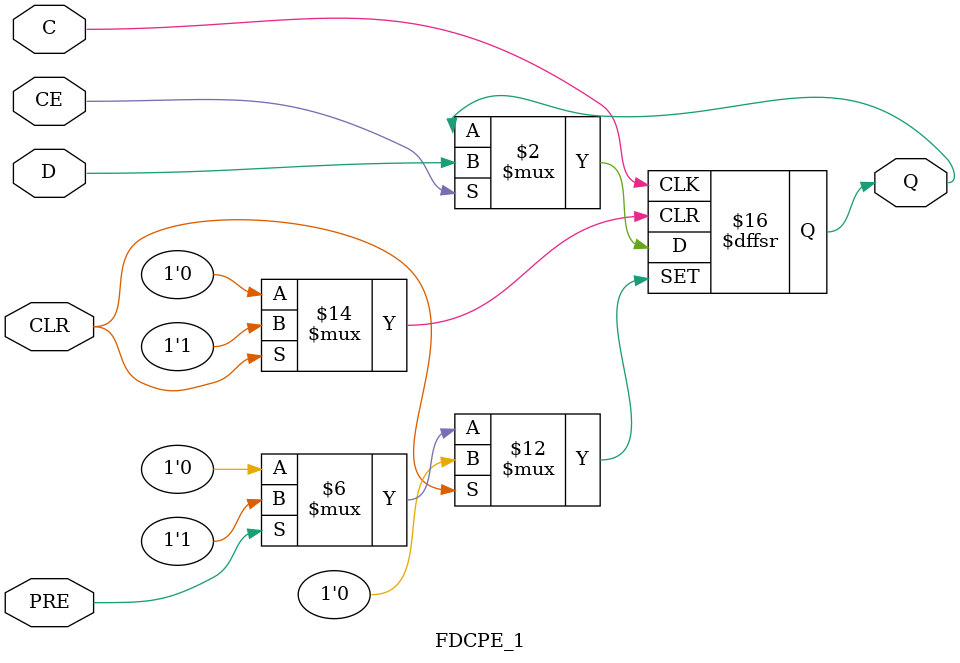
<source format=v>

/*

FUNCTION    : D-FLIP-FLOP with async clear, async preset and clock enable

*/

// `celldefine
`timescale  100 ps / 10 ps

module FDCPE_1 (Q, C, CE, CLR, D, PRE);

    parameter INIT = 1'b0;

    output Q;
    reg    Q;

    input  C, CE, CLR, D, PRE;

    always @(posedge CLR or posedge PRE or negedge C)
        if (CLR)
        Q <= 0;
        else if (PRE)
        Q <= 1;
        else if (CE)
        Q <= D;

endmodule

</source>
